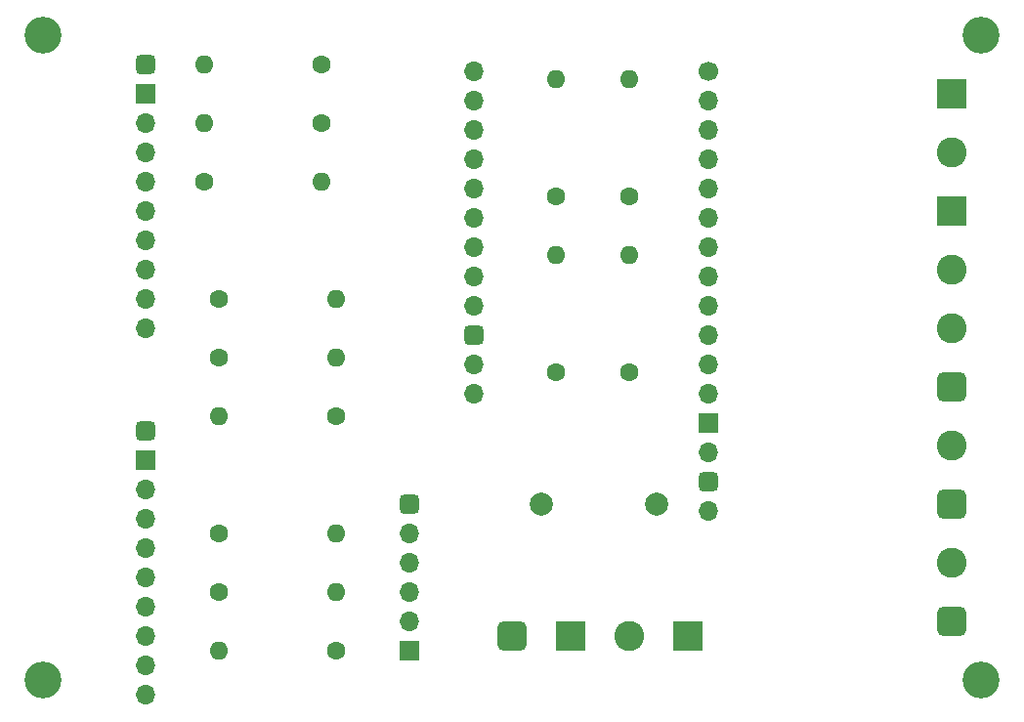
<source format=gbs>
G04 #@! TF.GenerationSoftware,KiCad,Pcbnew,6.0.11+dfsg-1*
G04 #@! TF.CreationDate,2023-06-04T21:15:00+02:00*
G04 #@! TF.ProjectId,EspressoV1,45737072-6573-4736-9f56-312e6b696361,rev?*
G04 #@! TF.SameCoordinates,Original*
G04 #@! TF.FileFunction,Soldermask,Bot*
G04 #@! TF.FilePolarity,Negative*
%FSLAX46Y46*%
G04 Gerber Fmt 4.6, Leading zero omitted, Abs format (unit mm)*
G04 Created by KiCad (PCBNEW 6.0.11+dfsg-1) date 2023-06-04 21:15:00*
%MOMM*%
%LPD*%
G01*
G04 APERTURE LIST*
G04 Aperture macros list*
%AMRoundRect*
0 Rectangle with rounded corners*
0 $1 Rounding radius*
0 $2 $3 $4 $5 $6 $7 $8 $9 X,Y pos of 4 corners*
0 Add a 4 corners polygon primitive as box body*
4,1,4,$2,$3,$4,$5,$6,$7,$8,$9,$2,$3,0*
0 Add four circle primitives for the rounded corners*
1,1,$1+$1,$2,$3*
1,1,$1+$1,$4,$5*
1,1,$1+$1,$6,$7*
1,1,$1+$1,$8,$9*
0 Add four rect primitives between the rounded corners*
20,1,$1+$1,$2,$3,$4,$5,0*
20,1,$1+$1,$4,$5,$6,$7,0*
20,1,$1+$1,$6,$7,$8,$9,0*
20,1,$1+$1,$8,$9,$2,$3,0*%
G04 Aperture macros list end*
%ADD10C,2.600000*%
%ADD11RoundRect,0.650000X0.650000X-0.650000X0.650000X0.650000X-0.650000X0.650000X-0.650000X-0.650000X0*%
%ADD12R,2.600000X2.600000*%
%ADD13RoundRect,0.650000X-0.650000X-0.650000X0.650000X-0.650000X0.650000X0.650000X-0.650000X0.650000X0*%
%ADD14C,3.200000*%
%ADD15O,1.600000X1.600000*%
%ADD16C,1.600000*%
%ADD17RoundRect,0.425000X0.425000X0.425000X-0.425000X0.425000X-0.425000X-0.425000X0.425000X-0.425000X0*%
%ADD18O,1.700000X1.700000*%
%ADD19R,1.700000X1.700000*%
%ADD20RoundRect,0.425000X-0.425000X-0.425000X0.425000X-0.425000X0.425000X0.425000X-0.425000X0.425000X0*%
%ADD21C,1.700000*%
%ADD22C,2.000000*%
G04 APERTURE END LIST*
D10*
G04 #@! TO.C,PT1000*
X177800000Y-102870000D03*
D11*
X177800000Y-107950000D03*
G04 #@! TD*
D12*
G04 #@! TO.C,PSU1*
X144780000Y-109220000D03*
D13*
X139700000Y-109220000D03*
G04 #@! TD*
D12*
G04 #@! TO.C,SSR1*
X154940000Y-109220000D03*
D10*
X149860000Y-109220000D03*
G04 #@! TD*
D12*
G04 #@! TO.C,SENS4*
X177800000Y-62230000D03*
D10*
X177800000Y-67310000D03*
G04 #@! TD*
D12*
G04 #@! TO.C,SENS3*
X177800000Y-72390000D03*
D10*
X177800000Y-77470000D03*
G04 #@! TD*
G04 #@! TO.C,SENS2*
X177800000Y-82550000D03*
D11*
X177800000Y-87630000D03*
G04 #@! TD*
D10*
G04 #@! TO.C,SENS1*
X177800000Y-92710000D03*
D11*
X177800000Y-97790000D03*
G04 #@! TD*
D14*
G04 #@! TO.C,UR*
X180340000Y-113030000D03*
G04 #@! TD*
G04 #@! TO.C,UL*
X99060000Y-113030000D03*
G04 #@! TD*
G04 #@! TO.C,OL*
X99060000Y-57150000D03*
G04 #@! TD*
G04 #@! TO.C,OR*
X180340000Y-57150000D03*
G04 #@! TD*
D15*
G04 #@! TO.C,R3-4*
X124460000Y-100330000D03*
D16*
X114300000Y-100330000D03*
G04 #@! TD*
D15*
G04 #@! TO.C,R3-2*
X124460000Y-105410000D03*
D16*
X114300000Y-105410000D03*
G04 #@! TD*
D15*
G04 #@! TO.C,R3-1*
X114300000Y-110490000D03*
D16*
X124460000Y-110490000D03*
G04 #@! TD*
D15*
G04 #@! TO.C,R2-4*
X124460000Y-80010000D03*
D16*
X114300000Y-80010000D03*
G04 #@! TD*
D15*
G04 #@! TO.C,R2-2*
X124460000Y-85090000D03*
D16*
X114300000Y-85090000D03*
G04 #@! TD*
D15*
G04 #@! TO.C,R2-1*
X114300000Y-90170000D03*
D16*
X124460000Y-90170000D03*
G04 #@! TD*
D17*
G04 #@! TO.C,J1*
X130810000Y-97790000D03*
D18*
X130810000Y-100330000D03*
X130810000Y-102870000D03*
X130810000Y-105410000D03*
X130810000Y-107950000D03*
D19*
X130810000Y-110490000D03*
G04 #@! TD*
D18*
G04 #@! TO.C,ESP321*
X156765000Y-83105000D03*
X156765000Y-85645000D03*
X156765000Y-75485000D03*
X156765000Y-88185000D03*
X156765000Y-80565000D03*
X156765000Y-70405000D03*
X156765000Y-93265000D03*
D19*
X156765000Y-90725000D03*
D20*
X156765000Y-95805000D03*
D21*
X156765000Y-60245000D03*
D18*
X156765000Y-72945000D03*
X156765000Y-65325000D03*
X156765000Y-78025000D03*
X156765000Y-62785000D03*
X156765000Y-67865000D03*
X156765000Y-98345000D03*
X136445000Y-78025000D03*
X136445000Y-62785000D03*
X136445000Y-80565000D03*
X136445000Y-88185000D03*
X136445000Y-72945000D03*
X136445000Y-65325000D03*
D20*
X136445000Y-83105000D03*
D18*
X136445000Y-85645000D03*
X136445000Y-75485000D03*
X136445000Y-67865000D03*
X136445000Y-60245000D03*
X136445000Y-70405000D03*
G04 #@! TD*
D19*
G04 #@! TO.C,0x48*
X107950000Y-62230000D03*
D20*
X107950000Y-59690000D03*
D18*
X107950000Y-69850000D03*
X107950000Y-77470000D03*
X107950000Y-67310000D03*
X107950000Y-82550000D03*
X107950000Y-64770000D03*
X107950000Y-72390000D03*
X107950000Y-74930000D03*
X107950000Y-80010000D03*
G04 #@! TD*
D19*
G04 #@! TO.C,0x49*
X107950000Y-93980000D03*
D20*
X107950000Y-91440000D03*
D18*
X107950000Y-101600000D03*
X107950000Y-109220000D03*
X107950000Y-99060000D03*
X107950000Y-114300000D03*
X107950000Y-96520000D03*
X107950000Y-104140000D03*
X107950000Y-106680000D03*
X107950000Y-111760000D03*
G04 #@! TD*
D15*
G04 #@! TO.C,R3*
X149860000Y-76200000D03*
D16*
X149860000Y-86360000D03*
G04 #@! TD*
D15*
G04 #@! TO.C,R7*
X143510000Y-60960000D03*
D16*
X143510000Y-71120000D03*
G04 #@! TD*
D15*
G04 #@! TO.C,R5*
X149860000Y-60960000D03*
D16*
X149860000Y-71120000D03*
G04 #@! TD*
D15*
G04 #@! TO.C,R6*
X143510000Y-76200000D03*
D16*
X143510000Y-86360000D03*
G04 #@! TD*
D22*
G04 #@! TO.C,C1*
X142240000Y-97790000D03*
X152240000Y-97790000D03*
G04 #@! TD*
D15*
G04 #@! TO.C,R4*
X113030000Y-59690000D03*
D16*
X123190000Y-59690000D03*
G04 #@! TD*
D15*
G04 #@! TO.C,R2*
X113030000Y-64770000D03*
D16*
X123190000Y-64770000D03*
G04 #@! TD*
D15*
G04 #@! TO.C,R1*
X123190000Y-69850000D03*
D16*
X113030000Y-69850000D03*
G04 #@! TD*
M02*

</source>
